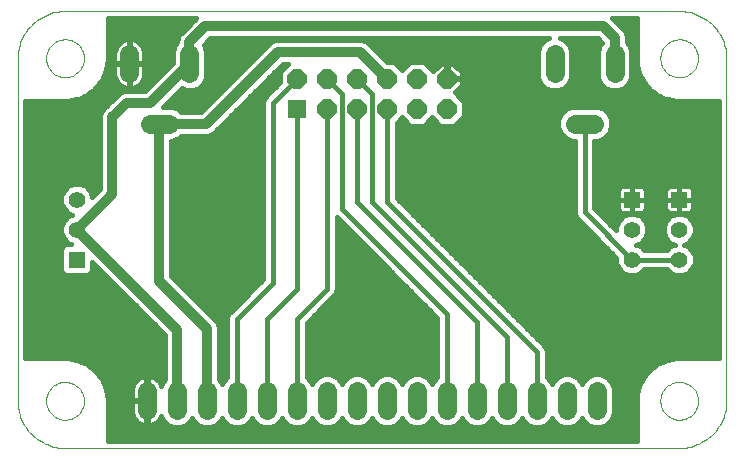
<source format=gtl>
G75*
G70*
%OFA0B0*%
%FSLAX24Y24*%
%IPPOS*%
%LPD*%
%AMOC8*
5,1,8,0,0,1.08239X$1,22.5*
%
%ADD10C,0.0640*%
%ADD11R,0.0640X0.0640*%
%ADD12OC8,0.0640*%
%ADD13R,0.0555X0.0555*%
%ADD14C,0.0555*%
%ADD15C,0.0000*%
%ADD16C,0.0160*%
%ADD17C,0.0500*%
%ADD18C,0.0320*%
D10*
X008705Y004671D02*
X008705Y005311D01*
X009705Y005311D02*
X009705Y004671D01*
X010705Y004671D02*
X010705Y005311D01*
X011705Y005311D02*
X011705Y004671D01*
X012705Y004671D02*
X012705Y005311D01*
X013705Y005311D02*
X013705Y004671D01*
X014705Y004671D02*
X014705Y005311D01*
X015705Y005311D02*
X015705Y004671D01*
X016705Y004671D02*
X016705Y005311D01*
X017705Y005311D02*
X017705Y004671D01*
X018705Y004671D02*
X018705Y005311D01*
X019705Y005311D02*
X019705Y004671D01*
X020705Y004671D02*
X020705Y005311D01*
X021705Y005311D02*
X021705Y004671D01*
X022705Y004671D02*
X022705Y005311D01*
X023705Y005311D02*
X023705Y004671D01*
X023612Y014228D02*
X022972Y014228D01*
X022292Y015908D02*
X022292Y016548D01*
X024292Y016548D02*
X024292Y015908D01*
X010119Y015908D02*
X010119Y016548D01*
X008119Y016548D02*
X008119Y015908D01*
X008799Y014228D02*
X009439Y014228D01*
D11*
X013705Y014728D03*
D12*
X014705Y014728D03*
X015705Y014728D03*
X016705Y014728D03*
X017705Y014728D03*
X018705Y014728D03*
X018705Y015728D03*
X017705Y015728D03*
X016705Y015728D03*
X015705Y015728D03*
X014705Y015728D03*
X013705Y015728D03*
D13*
X006363Y009700D03*
X024867Y011700D03*
X026442Y011700D03*
D14*
X026442Y010700D03*
X026442Y009700D03*
X024867Y009700D03*
X024867Y010700D03*
X006363Y010700D03*
X006363Y011700D03*
D15*
X005969Y003417D02*
X026442Y003417D01*
X026442Y003416D02*
X026519Y003418D01*
X026596Y003424D01*
X026673Y003433D01*
X026749Y003446D01*
X026825Y003463D01*
X026899Y003484D01*
X026973Y003508D01*
X027045Y003536D01*
X027115Y003567D01*
X027184Y003602D01*
X027252Y003640D01*
X027317Y003681D01*
X027380Y003726D01*
X027441Y003774D01*
X027500Y003824D01*
X027556Y003877D01*
X027609Y003933D01*
X027659Y003992D01*
X027707Y004053D01*
X027752Y004116D01*
X027793Y004181D01*
X027831Y004249D01*
X027866Y004318D01*
X027897Y004388D01*
X027925Y004460D01*
X027949Y004534D01*
X027970Y004608D01*
X027987Y004684D01*
X028000Y004760D01*
X028009Y004837D01*
X028015Y004914D01*
X028017Y004991D01*
X028016Y004991D02*
X028016Y016409D01*
X028017Y016409D02*
X028015Y016486D01*
X028009Y016563D01*
X028000Y016640D01*
X027987Y016716D01*
X027970Y016792D01*
X027949Y016866D01*
X027925Y016940D01*
X027897Y017012D01*
X027866Y017082D01*
X027831Y017151D01*
X027793Y017219D01*
X027752Y017284D01*
X027707Y017347D01*
X027659Y017408D01*
X027609Y017467D01*
X027556Y017523D01*
X027500Y017576D01*
X027441Y017626D01*
X027380Y017674D01*
X027317Y017719D01*
X027252Y017760D01*
X027184Y017798D01*
X027115Y017833D01*
X027045Y017864D01*
X026973Y017892D01*
X026899Y017916D01*
X026825Y017937D01*
X026749Y017954D01*
X026673Y017967D01*
X026596Y017976D01*
X026519Y017982D01*
X026442Y017984D01*
X005969Y017984D01*
X005892Y017982D01*
X005815Y017976D01*
X005738Y017967D01*
X005662Y017954D01*
X005586Y017937D01*
X005512Y017916D01*
X005438Y017892D01*
X005366Y017864D01*
X005296Y017833D01*
X005227Y017798D01*
X005159Y017760D01*
X005094Y017719D01*
X005031Y017674D01*
X004970Y017626D01*
X004911Y017576D01*
X004855Y017523D01*
X004802Y017467D01*
X004752Y017408D01*
X004704Y017347D01*
X004659Y017284D01*
X004618Y017219D01*
X004580Y017151D01*
X004545Y017082D01*
X004514Y017012D01*
X004486Y016940D01*
X004462Y016866D01*
X004441Y016792D01*
X004424Y016716D01*
X004411Y016640D01*
X004402Y016563D01*
X004396Y016486D01*
X004394Y016409D01*
X004394Y004991D01*
X004396Y004914D01*
X004402Y004837D01*
X004411Y004760D01*
X004424Y004684D01*
X004441Y004608D01*
X004462Y004534D01*
X004486Y004460D01*
X004514Y004388D01*
X004545Y004318D01*
X004580Y004249D01*
X004618Y004181D01*
X004659Y004116D01*
X004704Y004053D01*
X004752Y003992D01*
X004802Y003933D01*
X004855Y003877D01*
X004911Y003824D01*
X004970Y003774D01*
X005031Y003726D01*
X005094Y003681D01*
X005159Y003640D01*
X005227Y003602D01*
X005296Y003567D01*
X005366Y003536D01*
X005438Y003508D01*
X005512Y003484D01*
X005586Y003463D01*
X005662Y003446D01*
X005738Y003433D01*
X005815Y003424D01*
X005892Y003418D01*
X005969Y003416D01*
X005892Y003418D01*
X005815Y003424D01*
X005738Y003433D01*
X005662Y003446D01*
X005586Y003463D01*
X005512Y003484D01*
X005438Y003508D01*
X005366Y003536D01*
X005296Y003567D01*
X005227Y003602D01*
X005159Y003640D01*
X005094Y003681D01*
X005031Y003726D01*
X004970Y003774D01*
X004911Y003824D01*
X004855Y003877D01*
X004802Y003933D01*
X004752Y003992D01*
X004704Y004053D01*
X004659Y004116D01*
X004618Y004181D01*
X004580Y004249D01*
X004545Y004318D01*
X004514Y004388D01*
X004486Y004460D01*
X004462Y004534D01*
X004441Y004608D01*
X004424Y004684D01*
X004411Y004760D01*
X004402Y004837D01*
X004396Y004914D01*
X004394Y004991D01*
X005339Y004991D02*
X005341Y005041D01*
X005347Y005091D01*
X005357Y005140D01*
X005371Y005188D01*
X005388Y005235D01*
X005409Y005280D01*
X005434Y005324D01*
X005462Y005365D01*
X005494Y005404D01*
X005528Y005441D01*
X005565Y005475D01*
X005605Y005505D01*
X005647Y005532D01*
X005691Y005556D01*
X005737Y005577D01*
X005784Y005593D01*
X005832Y005606D01*
X005882Y005615D01*
X005931Y005620D01*
X005982Y005621D01*
X006032Y005618D01*
X006081Y005611D01*
X006130Y005600D01*
X006178Y005585D01*
X006224Y005567D01*
X006269Y005545D01*
X006312Y005519D01*
X006353Y005490D01*
X006392Y005458D01*
X006428Y005423D01*
X006460Y005385D01*
X006490Y005345D01*
X006517Y005302D01*
X006540Y005258D01*
X006559Y005212D01*
X006575Y005164D01*
X006587Y005115D01*
X006595Y005066D01*
X006599Y005016D01*
X006599Y004966D01*
X006595Y004916D01*
X006587Y004867D01*
X006575Y004818D01*
X006559Y004770D01*
X006540Y004724D01*
X006517Y004680D01*
X006490Y004637D01*
X006460Y004597D01*
X006428Y004559D01*
X006392Y004524D01*
X006353Y004492D01*
X006312Y004463D01*
X006269Y004437D01*
X006224Y004415D01*
X006178Y004397D01*
X006130Y004382D01*
X006081Y004371D01*
X006032Y004364D01*
X005982Y004361D01*
X005931Y004362D01*
X005882Y004367D01*
X005832Y004376D01*
X005784Y004389D01*
X005737Y004405D01*
X005691Y004426D01*
X005647Y004450D01*
X005605Y004477D01*
X005565Y004507D01*
X005528Y004541D01*
X005494Y004578D01*
X005462Y004617D01*
X005434Y004658D01*
X005409Y004702D01*
X005388Y004747D01*
X005371Y004794D01*
X005357Y004842D01*
X005347Y004891D01*
X005341Y004941D01*
X005339Y004991D01*
X004394Y016409D02*
X004396Y016486D01*
X004402Y016563D01*
X004411Y016640D01*
X004424Y016716D01*
X004441Y016792D01*
X004462Y016866D01*
X004486Y016940D01*
X004514Y017012D01*
X004545Y017082D01*
X004580Y017151D01*
X004618Y017219D01*
X004659Y017284D01*
X004704Y017347D01*
X004752Y017408D01*
X004802Y017467D01*
X004855Y017523D01*
X004911Y017576D01*
X004970Y017626D01*
X005031Y017674D01*
X005094Y017719D01*
X005159Y017760D01*
X005227Y017798D01*
X005296Y017833D01*
X005366Y017864D01*
X005438Y017892D01*
X005512Y017916D01*
X005586Y017937D01*
X005662Y017954D01*
X005738Y017967D01*
X005815Y017976D01*
X005892Y017982D01*
X005969Y017984D01*
X005339Y016409D02*
X005341Y016459D01*
X005347Y016509D01*
X005357Y016558D01*
X005371Y016606D01*
X005388Y016653D01*
X005409Y016698D01*
X005434Y016742D01*
X005462Y016783D01*
X005494Y016822D01*
X005528Y016859D01*
X005565Y016893D01*
X005605Y016923D01*
X005647Y016950D01*
X005691Y016974D01*
X005737Y016995D01*
X005784Y017011D01*
X005832Y017024D01*
X005882Y017033D01*
X005931Y017038D01*
X005982Y017039D01*
X006032Y017036D01*
X006081Y017029D01*
X006130Y017018D01*
X006178Y017003D01*
X006224Y016985D01*
X006269Y016963D01*
X006312Y016937D01*
X006353Y016908D01*
X006392Y016876D01*
X006428Y016841D01*
X006460Y016803D01*
X006490Y016763D01*
X006517Y016720D01*
X006540Y016676D01*
X006559Y016630D01*
X006575Y016582D01*
X006587Y016533D01*
X006595Y016484D01*
X006599Y016434D01*
X006599Y016384D01*
X006595Y016334D01*
X006587Y016285D01*
X006575Y016236D01*
X006559Y016188D01*
X006540Y016142D01*
X006517Y016098D01*
X006490Y016055D01*
X006460Y016015D01*
X006428Y015977D01*
X006392Y015942D01*
X006353Y015910D01*
X006312Y015881D01*
X006269Y015855D01*
X006224Y015833D01*
X006178Y015815D01*
X006130Y015800D01*
X006081Y015789D01*
X006032Y015782D01*
X005982Y015779D01*
X005931Y015780D01*
X005882Y015785D01*
X005832Y015794D01*
X005784Y015807D01*
X005737Y015823D01*
X005691Y015844D01*
X005647Y015868D01*
X005605Y015895D01*
X005565Y015925D01*
X005528Y015959D01*
X005494Y015996D01*
X005462Y016035D01*
X005434Y016076D01*
X005409Y016120D01*
X005388Y016165D01*
X005371Y016212D01*
X005357Y016260D01*
X005347Y016309D01*
X005341Y016359D01*
X005339Y016409D01*
X026442Y017984D02*
X026519Y017982D01*
X026596Y017976D01*
X026673Y017967D01*
X026749Y017954D01*
X026825Y017937D01*
X026899Y017916D01*
X026973Y017892D01*
X027045Y017864D01*
X027115Y017833D01*
X027184Y017798D01*
X027252Y017760D01*
X027317Y017719D01*
X027380Y017674D01*
X027441Y017626D01*
X027500Y017576D01*
X027556Y017523D01*
X027609Y017467D01*
X027659Y017408D01*
X027707Y017347D01*
X027752Y017284D01*
X027793Y017219D01*
X027831Y017151D01*
X027866Y017082D01*
X027897Y017012D01*
X027925Y016940D01*
X027949Y016866D01*
X027970Y016792D01*
X027987Y016716D01*
X028000Y016640D01*
X028009Y016563D01*
X028015Y016486D01*
X028017Y016409D01*
X025812Y016409D02*
X025814Y016459D01*
X025820Y016509D01*
X025830Y016558D01*
X025844Y016606D01*
X025861Y016653D01*
X025882Y016698D01*
X025907Y016742D01*
X025935Y016783D01*
X025967Y016822D01*
X026001Y016859D01*
X026038Y016893D01*
X026078Y016923D01*
X026120Y016950D01*
X026164Y016974D01*
X026210Y016995D01*
X026257Y017011D01*
X026305Y017024D01*
X026355Y017033D01*
X026404Y017038D01*
X026455Y017039D01*
X026505Y017036D01*
X026554Y017029D01*
X026603Y017018D01*
X026651Y017003D01*
X026697Y016985D01*
X026742Y016963D01*
X026785Y016937D01*
X026826Y016908D01*
X026865Y016876D01*
X026901Y016841D01*
X026933Y016803D01*
X026963Y016763D01*
X026990Y016720D01*
X027013Y016676D01*
X027032Y016630D01*
X027048Y016582D01*
X027060Y016533D01*
X027068Y016484D01*
X027072Y016434D01*
X027072Y016384D01*
X027068Y016334D01*
X027060Y016285D01*
X027048Y016236D01*
X027032Y016188D01*
X027013Y016142D01*
X026990Y016098D01*
X026963Y016055D01*
X026933Y016015D01*
X026901Y015977D01*
X026865Y015942D01*
X026826Y015910D01*
X026785Y015881D01*
X026742Y015855D01*
X026697Y015833D01*
X026651Y015815D01*
X026603Y015800D01*
X026554Y015789D01*
X026505Y015782D01*
X026455Y015779D01*
X026404Y015780D01*
X026355Y015785D01*
X026305Y015794D01*
X026257Y015807D01*
X026210Y015823D01*
X026164Y015844D01*
X026120Y015868D01*
X026078Y015895D01*
X026038Y015925D01*
X026001Y015959D01*
X025967Y015996D01*
X025935Y016035D01*
X025907Y016076D01*
X025882Y016120D01*
X025861Y016165D01*
X025844Y016212D01*
X025830Y016260D01*
X025820Y016309D01*
X025814Y016359D01*
X025812Y016409D01*
X028017Y004991D02*
X028015Y004914D01*
X028009Y004837D01*
X028000Y004760D01*
X027987Y004684D01*
X027970Y004608D01*
X027949Y004534D01*
X027925Y004460D01*
X027897Y004388D01*
X027866Y004318D01*
X027831Y004249D01*
X027793Y004181D01*
X027752Y004116D01*
X027707Y004053D01*
X027659Y003992D01*
X027609Y003933D01*
X027556Y003877D01*
X027500Y003824D01*
X027441Y003774D01*
X027380Y003726D01*
X027317Y003681D01*
X027252Y003640D01*
X027184Y003602D01*
X027115Y003567D01*
X027045Y003536D01*
X026973Y003508D01*
X026899Y003484D01*
X026825Y003463D01*
X026749Y003446D01*
X026673Y003433D01*
X026596Y003424D01*
X026519Y003418D01*
X026442Y003416D01*
X025812Y004991D02*
X025814Y005041D01*
X025820Y005091D01*
X025830Y005140D01*
X025844Y005188D01*
X025861Y005235D01*
X025882Y005280D01*
X025907Y005324D01*
X025935Y005365D01*
X025967Y005404D01*
X026001Y005441D01*
X026038Y005475D01*
X026078Y005505D01*
X026120Y005532D01*
X026164Y005556D01*
X026210Y005577D01*
X026257Y005593D01*
X026305Y005606D01*
X026355Y005615D01*
X026404Y005620D01*
X026455Y005621D01*
X026505Y005618D01*
X026554Y005611D01*
X026603Y005600D01*
X026651Y005585D01*
X026697Y005567D01*
X026742Y005545D01*
X026785Y005519D01*
X026826Y005490D01*
X026865Y005458D01*
X026901Y005423D01*
X026933Y005385D01*
X026963Y005345D01*
X026990Y005302D01*
X027013Y005258D01*
X027032Y005212D01*
X027048Y005164D01*
X027060Y005115D01*
X027068Y005066D01*
X027072Y005016D01*
X027072Y004966D01*
X027068Y004916D01*
X027060Y004867D01*
X027048Y004818D01*
X027032Y004770D01*
X027013Y004724D01*
X026990Y004680D01*
X026963Y004637D01*
X026933Y004597D01*
X026901Y004559D01*
X026865Y004524D01*
X026826Y004492D01*
X026785Y004463D01*
X026742Y004437D01*
X026697Y004415D01*
X026651Y004397D01*
X026603Y004382D01*
X026554Y004371D01*
X026505Y004364D01*
X026455Y004361D01*
X026404Y004362D01*
X026355Y004367D01*
X026305Y004376D01*
X026257Y004389D01*
X026210Y004405D01*
X026164Y004426D01*
X026120Y004450D01*
X026078Y004477D01*
X026038Y004507D01*
X026001Y004541D01*
X025967Y004578D01*
X025935Y004617D01*
X025907Y004658D01*
X025882Y004702D01*
X025861Y004747D01*
X025844Y004794D01*
X025830Y004842D01*
X025820Y004891D01*
X025814Y004941D01*
X025812Y004991D01*
D16*
X025024Y005047D02*
X025020Y005039D01*
X025020Y005000D01*
X025018Y004961D01*
X025020Y004953D01*
X025020Y003657D01*
X007390Y003657D01*
X007390Y004953D01*
X007393Y004961D01*
X007390Y005000D01*
X007390Y005039D01*
X007387Y005047D01*
X007380Y005147D01*
X007383Y005164D01*
X007376Y005194D01*
X007374Y005224D01*
X007366Y005240D01*
X007343Y005346D01*
X007344Y005363D01*
X007333Y005392D01*
X007327Y005422D01*
X007317Y005436D01*
X007279Y005538D01*
X007277Y005555D01*
X007262Y005582D01*
X007252Y005611D01*
X007240Y005624D01*
X007188Y005719D01*
X007183Y005736D01*
X007165Y005760D01*
X007151Y005787D01*
X007137Y005798D01*
X007072Y005885D01*
X007065Y005901D01*
X007044Y005923D01*
X007025Y005947D01*
X007010Y005956D01*
X006934Y006032D01*
X006925Y006048D01*
X006900Y006066D01*
X006879Y006088D01*
X006862Y006094D01*
X006776Y006159D01*
X006765Y006173D01*
X006738Y006187D01*
X006713Y006206D01*
X006696Y006210D01*
X006601Y006262D01*
X006588Y006274D01*
X006560Y006285D01*
X006533Y006299D01*
X006515Y006301D01*
X006414Y006339D01*
X006400Y006349D01*
X006370Y006356D01*
X006341Y006366D01*
X006323Y006366D01*
X006218Y006389D01*
X006202Y006397D01*
X006171Y006399D01*
X006142Y006405D01*
X006124Y006402D01*
X006025Y006409D01*
X006017Y006413D01*
X005978Y006413D01*
X005939Y006415D01*
X005930Y006413D01*
X004634Y006413D01*
X004634Y014988D01*
X005930Y014988D01*
X005939Y014985D01*
X005978Y014988D01*
X006017Y014988D01*
X006025Y014991D01*
X006124Y014998D01*
X006142Y014995D01*
X006171Y015002D01*
X006202Y015004D01*
X006218Y015012D01*
X006323Y015035D01*
X006341Y015034D01*
X006370Y015045D01*
X006400Y015051D01*
X006414Y015061D01*
X006515Y015099D01*
X006533Y015101D01*
X006560Y015116D01*
X006588Y015126D01*
X006601Y015138D01*
X006696Y015190D01*
X006713Y015194D01*
X006738Y015213D01*
X006765Y015227D01*
X006776Y015241D01*
X006862Y015306D01*
X006879Y015313D01*
X006900Y015334D01*
X006925Y015353D01*
X006934Y015368D01*
X007010Y015444D01*
X007025Y015453D01*
X007044Y015478D01*
X007065Y015499D01*
X007072Y015516D01*
X007137Y015602D01*
X007151Y015613D01*
X007165Y015640D01*
X007183Y015665D01*
X007188Y015682D01*
X007240Y015777D01*
X007252Y015790D01*
X007262Y015818D01*
X007277Y015845D01*
X007279Y015863D01*
X007317Y015964D01*
X007327Y015978D01*
X007333Y016008D01*
X007344Y016037D01*
X007343Y016054D01*
X007366Y016160D01*
X007374Y016176D01*
X007376Y016207D01*
X007383Y016236D01*
X007380Y016254D01*
X007387Y016353D01*
X007390Y016361D01*
X007390Y016400D01*
X007393Y016439D01*
X007390Y016448D01*
X007390Y017744D01*
X010346Y017744D01*
X009888Y017286D01*
X009888Y017286D01*
X009775Y017173D01*
X009714Y017026D01*
X009714Y016935D01*
X009644Y016865D01*
X009559Y016659D01*
X009559Y016242D01*
X008633Y015317D01*
X008100Y015317D01*
X007941Y015317D01*
X007794Y015256D01*
X007317Y014779D01*
X007205Y014667D01*
X007144Y014520D01*
X007144Y012047D01*
X006880Y011783D01*
X006880Y011803D01*
X006801Y011993D01*
X006656Y012139D01*
X006466Y012218D01*
X006260Y012218D01*
X006070Y012139D01*
X005924Y011993D01*
X005845Y011803D01*
X005845Y011597D01*
X005924Y011407D01*
X006070Y011261D01*
X006218Y011200D01*
X006070Y011139D01*
X005924Y010993D01*
X005845Y010803D01*
X005845Y010597D01*
X005924Y010407D01*
X006070Y010261D01*
X006176Y010218D01*
X006038Y010218D01*
X005949Y010181D01*
X005882Y010114D01*
X005845Y010025D01*
X005845Y009375D01*
X005882Y009287D01*
X005949Y009219D01*
X006038Y009183D01*
X006688Y009183D01*
X006776Y009219D01*
X006844Y009287D01*
X006880Y009375D01*
X006880Y009613D01*
X009305Y007188D01*
X009305Y005703D01*
X009231Y005629D01*
X009173Y005490D01*
X009169Y005503D01*
X009133Y005574D01*
X009087Y005637D01*
X009031Y005693D01*
X008967Y005739D01*
X008897Y005775D01*
X008822Y005799D01*
X008745Y005811D01*
X008725Y005811D01*
X008725Y005012D01*
X008685Y005012D01*
X008685Y005811D01*
X008666Y005811D01*
X008588Y005799D01*
X008513Y005775D01*
X008443Y005739D01*
X008380Y005693D01*
X008324Y005637D01*
X008278Y005574D01*
X008242Y005503D01*
X008218Y005429D01*
X008205Y005351D01*
X008205Y005011D01*
X008685Y005011D01*
X008685Y004971D01*
X008725Y004971D01*
X008725Y004171D01*
X008745Y004171D01*
X008822Y004184D01*
X008897Y004208D01*
X008967Y004244D01*
X009031Y004290D01*
X009087Y004346D01*
X009133Y004409D01*
X009169Y004480D01*
X009173Y004493D01*
X009231Y004354D01*
X009388Y004197D01*
X009594Y004111D01*
X009817Y004111D01*
X010023Y004197D01*
X010180Y004354D01*
X010205Y004415D01*
X010231Y004354D01*
X010388Y004197D01*
X010594Y004111D01*
X010817Y004111D01*
X011023Y004197D01*
X011180Y004354D01*
X011205Y004415D01*
X011231Y004354D01*
X011388Y004197D01*
X011594Y004111D01*
X011817Y004111D01*
X012023Y004197D01*
X012180Y004354D01*
X012205Y004415D01*
X012231Y004354D01*
X012388Y004197D01*
X012594Y004111D01*
X012817Y004111D01*
X013023Y004197D01*
X013180Y004354D01*
X013205Y004415D01*
X013231Y004354D01*
X013388Y004197D01*
X013594Y004111D01*
X013817Y004111D01*
X014023Y004197D01*
X014180Y004354D01*
X014205Y004415D01*
X014231Y004354D01*
X014388Y004197D01*
X014594Y004111D01*
X014817Y004111D01*
X015023Y004197D01*
X015180Y004354D01*
X015205Y004415D01*
X015231Y004354D01*
X015388Y004197D01*
X015594Y004111D01*
X015817Y004111D01*
X016023Y004197D01*
X016180Y004354D01*
X016205Y004415D01*
X016231Y004354D01*
X016388Y004197D01*
X016594Y004111D01*
X016817Y004111D01*
X017023Y004197D01*
X017180Y004354D01*
X017205Y004415D01*
X017231Y004354D01*
X017388Y004197D01*
X017594Y004111D01*
X017817Y004111D01*
X018023Y004197D01*
X018180Y004354D01*
X018205Y004415D01*
X018231Y004354D01*
X018388Y004197D01*
X018594Y004111D01*
X018817Y004111D01*
X019023Y004197D01*
X019180Y004354D01*
X019205Y004415D01*
X019231Y004354D01*
X019388Y004197D01*
X019594Y004111D01*
X019817Y004111D01*
X020023Y004197D01*
X020180Y004354D01*
X020205Y004415D01*
X020231Y004354D01*
X020388Y004197D01*
X020594Y004111D01*
X020817Y004111D01*
X021023Y004197D01*
X021180Y004354D01*
X021205Y004415D01*
X021231Y004354D01*
X021388Y004197D01*
X021594Y004111D01*
X021817Y004111D01*
X022023Y004197D01*
X022180Y004354D01*
X022205Y004415D01*
X022231Y004354D01*
X022388Y004197D01*
X022594Y004111D01*
X022817Y004111D01*
X023023Y004197D01*
X023180Y004354D01*
X023205Y004415D01*
X023231Y004354D01*
X023388Y004197D01*
X023594Y004111D01*
X023817Y004111D01*
X024023Y004197D01*
X024180Y004354D01*
X024265Y004560D01*
X024265Y005423D01*
X024180Y005629D01*
X024023Y005786D01*
X023817Y005871D01*
X023594Y005871D01*
X023388Y005786D01*
X023231Y005629D01*
X023205Y005568D01*
X023180Y005629D01*
X023023Y005786D01*
X022817Y005871D01*
X022594Y005871D01*
X022388Y005786D01*
X022231Y005629D01*
X022205Y005568D01*
X022180Y005629D01*
X022025Y005783D01*
X022025Y006669D01*
X021977Y006787D01*
X021887Y006877D01*
X017025Y011738D01*
X017025Y014256D01*
X017205Y014436D01*
X017473Y014168D01*
X017937Y014168D01*
X018205Y014436D01*
X018473Y014168D01*
X018937Y014168D01*
X019265Y014496D01*
X019265Y014960D01*
X018955Y015270D01*
X019205Y015521D01*
X019205Y015708D01*
X018726Y015708D01*
X018726Y015748D01*
X019205Y015748D01*
X019205Y015935D01*
X018912Y016228D01*
X018725Y016228D01*
X018725Y015748D01*
X018685Y015748D01*
X018685Y016228D01*
X018498Y016228D01*
X018248Y015977D01*
X017937Y016288D01*
X017473Y016288D01*
X017205Y016020D01*
X016937Y016288D01*
X016711Y016288D01*
X016033Y016966D01*
X015886Y017027D01*
X015727Y017027D01*
X012985Y017027D01*
X012838Y016966D01*
X012725Y016853D01*
X010500Y014628D01*
X009831Y014628D01*
X009756Y014702D01*
X009550Y014788D01*
X009236Y014788D01*
X009858Y015410D01*
X010007Y015348D01*
X010230Y015348D01*
X010436Y015433D01*
X010593Y015590D01*
X010679Y015796D01*
X010679Y016659D01*
X010595Y016862D01*
X010810Y017077D01*
X022106Y017077D01*
X021975Y017022D01*
X021817Y016865D01*
X021732Y016659D01*
X021732Y015796D01*
X021817Y015590D01*
X021975Y015433D01*
X022181Y015348D01*
X022403Y015348D01*
X022609Y015433D01*
X022767Y015590D01*
X022852Y015796D01*
X022852Y016659D01*
X022767Y016865D01*
X022609Y017022D01*
X022478Y017077D01*
X023739Y017077D01*
X023884Y016931D01*
X023817Y016865D01*
X023732Y016659D01*
X023732Y015796D01*
X023817Y015590D01*
X023975Y015433D01*
X024181Y015348D01*
X024403Y015348D01*
X024609Y015433D01*
X024767Y015590D01*
X024852Y015796D01*
X024852Y016659D01*
X024767Y016865D01*
X024692Y016940D01*
X024692Y017009D01*
X024692Y017169D01*
X024631Y017316D01*
X024203Y017744D01*
X025020Y017744D01*
X025020Y016448D01*
X025018Y016439D01*
X025020Y016400D01*
X025020Y016361D01*
X025024Y016353D01*
X025031Y016254D01*
X025028Y016236D01*
X025034Y016206D01*
X025036Y016176D01*
X025044Y016160D01*
X025067Y016054D01*
X025067Y016037D01*
X025077Y016008D01*
X025084Y015978D01*
X025094Y015964D01*
X025132Y015863D01*
X025134Y015845D01*
X025148Y015818D01*
X025159Y015790D01*
X025171Y015777D01*
X025223Y015682D01*
X025227Y015665D01*
X025246Y015640D01*
X025260Y015613D01*
X025274Y015602D01*
X025339Y015516D01*
X025346Y015499D01*
X025367Y015478D01*
X025385Y015453D01*
X025401Y015444D01*
X025477Y015368D01*
X025486Y015353D01*
X025510Y015334D01*
X025532Y015313D01*
X025548Y015306D01*
X025635Y015241D01*
X025646Y015227D01*
X025673Y015213D01*
X025697Y015194D01*
X025714Y015190D01*
X025809Y015138D01*
X025822Y015126D01*
X025851Y015116D01*
X025878Y015101D01*
X025895Y015099D01*
X025997Y015061D01*
X026011Y015051D01*
X026041Y015045D01*
X026070Y015034D01*
X026087Y015035D01*
X026193Y015012D01*
X026209Y015004D01*
X026239Y015002D01*
X026269Y014995D01*
X026286Y014998D01*
X026386Y014991D01*
X026394Y014988D01*
X026433Y014988D01*
X026472Y014985D01*
X026480Y014988D01*
X027776Y014988D01*
X027776Y006413D01*
X026480Y006413D01*
X026472Y006415D01*
X026433Y006413D01*
X026394Y006413D01*
X026386Y006409D01*
X026286Y006402D01*
X026269Y006405D01*
X026239Y006399D01*
X026209Y006397D01*
X026193Y006389D01*
X026087Y006366D01*
X026070Y006366D01*
X026041Y006356D01*
X026011Y006349D01*
X025997Y006339D01*
X025895Y006301D01*
X025878Y006299D01*
X025851Y006285D01*
X025822Y006274D01*
X025809Y006262D01*
X025714Y006210D01*
X025697Y006206D01*
X025673Y006187D01*
X025646Y006173D01*
X025635Y006159D01*
X025548Y006094D01*
X025532Y006088D01*
X025511Y006066D01*
X025486Y006048D01*
X025477Y006032D01*
X025401Y005956D01*
X025385Y005947D01*
X025367Y005923D01*
X025346Y005901D01*
X025339Y005885D01*
X025274Y005798D01*
X025260Y005787D01*
X025246Y005760D01*
X025227Y005736D01*
X025223Y005719D01*
X025171Y005624D01*
X025159Y005611D01*
X025148Y005582D01*
X025134Y005555D01*
X025132Y005538D01*
X025094Y005436D01*
X025084Y005422D01*
X025077Y005392D01*
X025067Y005363D01*
X025067Y005346D01*
X025044Y005240D01*
X025036Y005224D01*
X025034Y005194D01*
X025028Y005164D01*
X025031Y005147D01*
X025024Y005047D01*
X025020Y005002D02*
X024265Y005002D01*
X024265Y004844D02*
X025020Y004844D01*
X025020Y004685D02*
X024265Y004685D01*
X024251Y004526D02*
X025020Y004526D01*
X025020Y004368D02*
X024186Y004368D01*
X024035Y004209D02*
X025020Y004209D01*
X025020Y004051D02*
X007390Y004051D01*
X007390Y004209D02*
X008511Y004209D01*
X008513Y004208D02*
X008588Y004184D01*
X008666Y004171D01*
X008685Y004171D01*
X008685Y004971D01*
X008205Y004971D01*
X008205Y004632D01*
X008218Y004554D01*
X008242Y004480D01*
X008278Y004409D01*
X008324Y004346D01*
X008380Y004290D01*
X008443Y004244D01*
X008513Y004208D01*
X008685Y004209D02*
X008725Y004209D01*
X008725Y004368D02*
X008685Y004368D01*
X008685Y004526D02*
X008725Y004526D01*
X008725Y004685D02*
X008685Y004685D01*
X008685Y004844D02*
X008725Y004844D01*
X008685Y005002D02*
X007390Y005002D01*
X007390Y004844D02*
X008205Y004844D01*
X008205Y004685D02*
X007390Y004685D01*
X007390Y004526D02*
X008227Y004526D01*
X008308Y004368D02*
X007390Y004368D01*
X007390Y003892D02*
X025020Y003892D01*
X025020Y003734D02*
X007390Y003734D01*
X008900Y004209D02*
X009375Y004209D01*
X009225Y004368D02*
X009103Y004368D01*
X010035Y004209D02*
X010375Y004209D01*
X010225Y004368D02*
X010186Y004368D01*
X011035Y004209D02*
X011375Y004209D01*
X011225Y004368D02*
X011186Y004368D01*
X011705Y004991D02*
X011705Y007728D01*
X012894Y008917D01*
X012894Y014917D01*
X013705Y015728D01*
X013286Y016100D02*
X013103Y016100D01*
X013145Y015960D02*
X013412Y016227D01*
X013230Y016227D01*
X010892Y013889D01*
X010745Y013828D01*
X010586Y013828D01*
X009831Y013828D01*
X009756Y013753D01*
X009550Y013668D01*
X009519Y013668D01*
X009519Y009138D01*
X010932Y007725D01*
X011044Y007612D01*
X011105Y007465D01*
X011105Y005703D01*
X011180Y005629D01*
X011205Y005568D01*
X011231Y005629D01*
X011385Y005783D01*
X011385Y007791D01*
X011434Y007909D01*
X011524Y007999D01*
X011524Y007999D01*
X012574Y009049D01*
X012574Y014980D01*
X012623Y015098D01*
X012713Y015188D01*
X012713Y015188D01*
X013145Y015620D01*
X013145Y015960D01*
X013145Y015942D02*
X012945Y015942D01*
X012786Y015783D02*
X013145Y015783D01*
X013145Y015625D02*
X012628Y015625D01*
X012469Y015466D02*
X012991Y015466D01*
X012833Y015307D02*
X012311Y015307D01*
X012152Y015149D02*
X012674Y015149D01*
X012579Y014990D02*
X011994Y014990D01*
X011835Y014832D02*
X012574Y014832D01*
X012574Y014673D02*
X011677Y014673D01*
X011518Y014515D02*
X012574Y014515D01*
X012574Y014356D02*
X011359Y014356D01*
X011201Y014198D02*
X012574Y014198D01*
X012574Y014039D02*
X011042Y014039D01*
X010872Y013881D02*
X012574Y013881D01*
X012574Y013722D02*
X009681Y013722D01*
X009519Y013563D02*
X012574Y013563D01*
X012574Y013405D02*
X009519Y013405D01*
X009519Y013246D02*
X012574Y013246D01*
X012574Y013088D02*
X009519Y013088D01*
X009519Y012929D02*
X012574Y012929D01*
X012574Y012771D02*
X009519Y012771D01*
X009519Y012612D02*
X012574Y012612D01*
X012574Y012454D02*
X009519Y012454D01*
X009519Y012295D02*
X012574Y012295D01*
X012574Y012137D02*
X009519Y012137D01*
X009519Y011978D02*
X012574Y011978D01*
X012574Y011819D02*
X009519Y011819D01*
X009519Y011661D02*
X012574Y011661D01*
X012574Y011502D02*
X009519Y011502D01*
X009519Y011344D02*
X012574Y011344D01*
X012574Y011185D02*
X009519Y011185D01*
X009519Y011027D02*
X012574Y011027D01*
X012574Y010868D02*
X009519Y010868D01*
X009519Y010710D02*
X012574Y010710D01*
X012574Y010551D02*
X009519Y010551D01*
X009519Y010393D02*
X012574Y010393D01*
X012574Y010234D02*
X009519Y010234D01*
X009519Y010076D02*
X012574Y010076D01*
X012574Y009917D02*
X009519Y009917D01*
X009519Y009758D02*
X012574Y009758D01*
X012574Y009600D02*
X009519Y009600D01*
X009519Y009441D02*
X012574Y009441D01*
X012574Y009283D02*
X009519Y009283D01*
X009532Y009124D02*
X012574Y009124D01*
X012491Y008966D02*
X009691Y008966D01*
X009849Y008807D02*
X012332Y008807D01*
X012174Y008649D02*
X010008Y008649D01*
X010167Y008490D02*
X012015Y008490D01*
X011857Y008332D02*
X010325Y008332D01*
X010484Y008173D02*
X011698Y008173D01*
X011540Y008014D02*
X010642Y008014D01*
X010801Y007856D02*
X011412Y007856D01*
X011385Y007697D02*
X010959Y007697D01*
X011075Y007539D02*
X011385Y007539D01*
X011385Y007380D02*
X011105Y007380D01*
X011105Y007222D02*
X011385Y007222D01*
X011385Y007063D02*
X011105Y007063D01*
X011105Y006905D02*
X011385Y006905D01*
X011385Y006746D02*
X011105Y006746D01*
X011105Y006588D02*
X011385Y006588D01*
X011385Y006429D02*
X011105Y006429D01*
X011105Y006270D02*
X011385Y006270D01*
X011385Y006112D02*
X011105Y006112D01*
X011105Y005953D02*
X011385Y005953D01*
X011385Y005795D02*
X011105Y005795D01*
X011172Y005636D02*
X011238Y005636D01*
X012705Y004991D02*
X012705Y007728D01*
X013705Y008728D01*
X013705Y014728D01*
X014705Y014728D02*
X014705Y008728D01*
X013705Y007728D01*
X013705Y004991D01*
X014205Y005568D02*
X014180Y005629D01*
X014025Y005783D01*
X014025Y007595D01*
X014977Y008546D01*
X015025Y008664D01*
X015025Y008791D01*
X015025Y011113D01*
X018385Y007753D01*
X018385Y005783D01*
X018231Y005629D01*
X018205Y005568D01*
X018180Y005629D01*
X018023Y005786D01*
X017817Y005871D01*
X017594Y005871D01*
X017388Y005786D01*
X017231Y005629D01*
X017205Y005568D01*
X017180Y005629D01*
X017023Y005786D01*
X016817Y005871D01*
X016594Y005871D01*
X016388Y005786D01*
X016231Y005629D01*
X016205Y005568D01*
X016180Y005629D01*
X016023Y005786D01*
X015817Y005871D01*
X015594Y005871D01*
X015388Y005786D01*
X015231Y005629D01*
X015205Y005568D01*
X015180Y005629D01*
X015023Y005786D01*
X014817Y005871D01*
X014594Y005871D01*
X014388Y005786D01*
X014231Y005629D01*
X014205Y005568D01*
X014172Y005636D02*
X014238Y005636D01*
X014409Y005795D02*
X014025Y005795D01*
X014025Y005953D02*
X018385Y005953D01*
X018385Y005795D02*
X018002Y005795D01*
X018172Y005636D02*
X018238Y005636D01*
X017409Y005795D02*
X017002Y005795D01*
X017172Y005636D02*
X017238Y005636D01*
X016409Y005795D02*
X016002Y005795D01*
X016172Y005636D02*
X016238Y005636D01*
X015409Y005795D02*
X015002Y005795D01*
X015172Y005636D02*
X015238Y005636D01*
X014025Y006112D02*
X018385Y006112D01*
X018385Y006270D02*
X014025Y006270D01*
X014025Y006429D02*
X018385Y006429D01*
X018385Y006588D02*
X014025Y006588D01*
X014025Y006746D02*
X018385Y006746D01*
X018385Y006905D02*
X014025Y006905D01*
X014025Y007063D02*
X018385Y007063D01*
X018385Y007222D02*
X014025Y007222D01*
X014025Y007380D02*
X018385Y007380D01*
X018385Y007539D02*
X014025Y007539D01*
X014128Y007697D02*
X018385Y007697D01*
X018283Y007856D02*
X014286Y007856D01*
X014445Y008014D02*
X018124Y008014D01*
X017965Y008173D02*
X014603Y008173D01*
X014762Y008332D02*
X017807Y008332D01*
X017648Y008490D02*
X014920Y008490D01*
X015019Y008649D02*
X017490Y008649D01*
X017331Y008807D02*
X015025Y008807D01*
X015025Y008966D02*
X017173Y008966D01*
X017014Y009124D02*
X015025Y009124D01*
X015025Y009283D02*
X016856Y009283D01*
X016697Y009441D02*
X015025Y009441D01*
X015025Y009600D02*
X016539Y009600D01*
X016380Y009758D02*
X015025Y009758D01*
X015025Y009917D02*
X016221Y009917D01*
X016063Y010076D02*
X015025Y010076D01*
X015025Y010234D02*
X015904Y010234D01*
X015746Y010393D02*
X015025Y010393D01*
X015025Y010551D02*
X015587Y010551D01*
X015429Y010710D02*
X015025Y010710D01*
X015025Y010868D02*
X015270Y010868D01*
X015112Y011027D02*
X015025Y011027D01*
X015204Y011387D02*
X018705Y007886D01*
X018705Y004991D01*
X018225Y004368D02*
X018186Y004368D01*
X018035Y004209D02*
X018375Y004209D01*
X019035Y004209D02*
X019375Y004209D01*
X019225Y004368D02*
X019186Y004368D01*
X019705Y004991D02*
X019705Y007606D01*
X015705Y011606D01*
X015705Y014728D01*
X016204Y015229D02*
X016204Y011607D01*
X020705Y007106D01*
X020705Y004991D01*
X020225Y004368D02*
X020186Y004368D01*
X020035Y004209D02*
X020375Y004209D01*
X021035Y004209D02*
X021375Y004209D01*
X021225Y004368D02*
X021186Y004368D01*
X021705Y004991D02*
X021705Y006606D01*
X016705Y011606D01*
X016705Y014728D01*
X017126Y014356D02*
X017285Y014356D01*
X017443Y014198D02*
X017025Y014198D01*
X017025Y014039D02*
X022444Y014039D01*
X022412Y014116D02*
X022497Y013910D01*
X022655Y013753D01*
X022861Y013668D01*
X022972Y013668D01*
X022972Y011339D01*
X022972Y011211D01*
X023021Y011094D01*
X024349Y009765D01*
X024349Y009597D01*
X024428Y009407D01*
X024574Y009261D01*
X024764Y009183D01*
X024970Y009183D01*
X025160Y009261D01*
X025279Y009380D01*
X026030Y009380D01*
X026148Y009261D01*
X026339Y009183D01*
X026544Y009183D01*
X026735Y009261D01*
X026880Y009407D01*
X026959Y009597D01*
X026959Y009803D01*
X026880Y009993D01*
X026735Y010139D01*
X026587Y010200D01*
X026735Y010261D01*
X026880Y010407D01*
X026959Y010597D01*
X026959Y010803D01*
X026880Y010993D01*
X026735Y011139D01*
X026544Y011218D01*
X026339Y011218D01*
X026148Y011139D01*
X026003Y010993D01*
X025924Y010803D01*
X025924Y010597D01*
X026003Y010407D01*
X026148Y010261D01*
X026297Y010200D01*
X026148Y010139D01*
X026030Y010020D01*
X025279Y010020D01*
X025160Y010139D01*
X025012Y010200D01*
X025160Y010261D01*
X025305Y010407D01*
X025384Y010597D01*
X025384Y010803D01*
X025305Y010993D01*
X025160Y011139D01*
X024970Y011218D01*
X024764Y011218D01*
X024574Y011139D01*
X024428Y010993D01*
X024349Y010803D01*
X024349Y010670D01*
X023612Y011408D01*
X023612Y013668D01*
X023723Y013668D01*
X023929Y013753D01*
X024087Y013910D01*
X024172Y014116D01*
X024172Y014339D01*
X024087Y014545D01*
X023929Y014702D01*
X023723Y014788D01*
X022861Y014788D01*
X022655Y014702D01*
X022497Y014545D01*
X022412Y014339D01*
X022412Y014116D01*
X022412Y014198D02*
X018967Y014198D01*
X019126Y014356D02*
X022419Y014356D01*
X022485Y014515D02*
X019265Y014515D01*
X019265Y014673D02*
X022626Y014673D01*
X023292Y014228D02*
X023292Y011275D01*
X024867Y009700D01*
X026442Y009700D01*
X026798Y010076D02*
X027776Y010076D01*
X027776Y010234D02*
X026668Y010234D01*
X026866Y010393D02*
X027776Y010393D01*
X027776Y010551D02*
X026940Y010551D01*
X026959Y010710D02*
X027776Y010710D01*
X027776Y010868D02*
X026932Y010868D01*
X026847Y011027D02*
X027776Y011027D01*
X027776Y011185D02*
X026622Y011185D01*
X026743Y011243D02*
X026789Y011255D01*
X026830Y011279D01*
X026863Y011312D01*
X026887Y011353D01*
X026899Y011399D01*
X026899Y011700D01*
X026442Y011700D01*
X026442Y011700D01*
X026899Y011700D01*
X026899Y012001D01*
X026887Y012047D01*
X026863Y012088D01*
X026830Y012122D01*
X026789Y012145D01*
X026743Y012158D01*
X026442Y012158D01*
X026442Y011701D01*
X026441Y011701D01*
X026441Y012158D01*
X026140Y012158D01*
X026095Y012145D01*
X026054Y012122D01*
X026020Y012088D01*
X025996Y012047D01*
X025984Y012001D01*
X025984Y011700D01*
X025984Y011399D01*
X025996Y011353D01*
X026020Y011312D01*
X026054Y011279D01*
X026095Y011255D01*
X026140Y011243D01*
X026441Y011243D01*
X026441Y011700D01*
X025984Y011700D01*
X026441Y011700D01*
X026441Y011700D01*
X026442Y011700D01*
X026442Y011243D01*
X026743Y011243D01*
X026881Y011344D02*
X027776Y011344D01*
X027776Y011502D02*
X026899Y011502D01*
X026899Y011661D02*
X027776Y011661D01*
X027776Y011819D02*
X026899Y011819D01*
X026899Y011978D02*
X027776Y011978D01*
X027776Y012137D02*
X026804Y012137D01*
X026442Y012137D02*
X026441Y012137D01*
X026441Y011978D02*
X026442Y011978D01*
X026441Y011819D02*
X026442Y011819D01*
X026441Y011661D02*
X026442Y011661D01*
X026441Y011502D02*
X026442Y011502D01*
X026441Y011344D02*
X026442Y011344D01*
X026261Y011185D02*
X025048Y011185D01*
X025168Y011243D02*
X025214Y011255D01*
X025255Y011279D01*
X025288Y011312D01*
X025312Y011353D01*
X025324Y011399D01*
X025324Y011700D01*
X024867Y011700D01*
X024867Y011700D01*
X024867Y011243D01*
X025168Y011243D01*
X025307Y011344D02*
X026002Y011344D01*
X025984Y011502D02*
X025324Y011502D01*
X025324Y011661D02*
X025984Y011661D01*
X025984Y011819D02*
X025324Y011819D01*
X025324Y011700D02*
X025324Y012001D01*
X025312Y012047D01*
X025288Y012088D01*
X025255Y012122D01*
X025214Y012145D01*
X025168Y012158D01*
X024867Y012158D01*
X024867Y011701D01*
X024867Y011701D01*
X024867Y012158D01*
X024566Y012158D01*
X024520Y012145D01*
X024479Y012122D01*
X024445Y012088D01*
X024422Y012047D01*
X024409Y012001D01*
X024409Y011700D01*
X024409Y011399D01*
X024422Y011353D01*
X024445Y011312D01*
X024479Y011279D01*
X024520Y011255D01*
X024566Y011243D01*
X024867Y011243D01*
X024867Y011700D01*
X024867Y011700D01*
X025324Y011700D01*
X025324Y011978D02*
X025984Y011978D01*
X026079Y012137D02*
X025229Y012137D01*
X024867Y012137D02*
X024867Y012137D01*
X024867Y011978D02*
X024867Y011978D01*
X024867Y011819D02*
X024867Y011819D01*
X024866Y011700D02*
X024409Y011700D01*
X024866Y011700D01*
X024866Y011700D01*
X024867Y011661D02*
X024867Y011661D01*
X024867Y011502D02*
X024867Y011502D01*
X024867Y011344D02*
X024867Y011344D01*
X024686Y011185D02*
X023834Y011185D01*
X023993Y011027D02*
X024462Y011027D01*
X024376Y010868D02*
X024151Y010868D01*
X024310Y010710D02*
X024349Y010710D01*
X023722Y010393D02*
X018371Y010393D01*
X018212Y010551D02*
X023563Y010551D01*
X023405Y010710D02*
X018054Y010710D01*
X017895Y010868D02*
X023246Y010868D01*
X023088Y011027D02*
X017737Y011027D01*
X017578Y011185D02*
X022983Y011185D01*
X022972Y011344D02*
X017420Y011344D01*
X017261Y011502D02*
X022972Y011502D01*
X022972Y011661D02*
X017103Y011661D01*
X017025Y011819D02*
X022972Y011819D01*
X022972Y011978D02*
X017025Y011978D01*
X017025Y012137D02*
X022972Y012137D01*
X022972Y012295D02*
X017025Y012295D01*
X017025Y012454D02*
X022972Y012454D01*
X022972Y012612D02*
X017025Y012612D01*
X017025Y012771D02*
X022972Y012771D01*
X022972Y012929D02*
X017025Y012929D01*
X017025Y013088D02*
X022972Y013088D01*
X022972Y013246D02*
X017025Y013246D01*
X017025Y013405D02*
X022972Y013405D01*
X022972Y013563D02*
X017025Y013563D01*
X017025Y013722D02*
X022729Y013722D01*
X022527Y013881D02*
X017025Y013881D01*
X017967Y014198D02*
X018443Y014198D01*
X018285Y014356D02*
X018126Y014356D01*
X019265Y014832D02*
X027776Y014832D01*
X027776Y014673D02*
X023958Y014673D01*
X024099Y014515D02*
X027776Y014515D01*
X027776Y014356D02*
X024165Y014356D01*
X024172Y014198D02*
X027776Y014198D01*
X027776Y014039D02*
X024140Y014039D01*
X024057Y013881D02*
X027776Y013881D01*
X027776Y013722D02*
X023854Y013722D01*
X023612Y013563D02*
X027776Y013563D01*
X027776Y013405D02*
X023612Y013405D01*
X023612Y013246D02*
X027776Y013246D01*
X027776Y013088D02*
X023612Y013088D01*
X023612Y012929D02*
X027776Y012929D01*
X027776Y012771D02*
X023612Y012771D01*
X023612Y012612D02*
X027776Y012612D01*
X027776Y012454D02*
X023612Y012454D01*
X023612Y012295D02*
X027776Y012295D01*
X026036Y011027D02*
X025272Y011027D01*
X025357Y010868D02*
X025951Y010868D01*
X025924Y010710D02*
X025384Y010710D01*
X025365Y010551D02*
X025943Y010551D01*
X026017Y010393D02*
X025291Y010393D01*
X025094Y010234D02*
X026215Y010234D01*
X026085Y010076D02*
X025223Y010076D01*
X024349Y009758D02*
X019005Y009758D01*
X019164Y009600D02*
X024349Y009600D01*
X024414Y009441D02*
X019322Y009441D01*
X019481Y009283D02*
X024552Y009283D01*
X025181Y009283D02*
X026127Y009283D01*
X026756Y009283D02*
X027776Y009283D01*
X027776Y009441D02*
X026894Y009441D01*
X026959Y009600D02*
X027776Y009600D01*
X027776Y009758D02*
X026959Y009758D01*
X026912Y009917D02*
X027776Y009917D01*
X027776Y009124D02*
X019639Y009124D01*
X019798Y008966D02*
X027776Y008966D01*
X027776Y008807D02*
X019956Y008807D01*
X020115Y008649D02*
X027776Y008649D01*
X027776Y008490D02*
X020273Y008490D01*
X020432Y008332D02*
X027776Y008332D01*
X027776Y008173D02*
X020591Y008173D01*
X020749Y008014D02*
X027776Y008014D01*
X027776Y007856D02*
X020908Y007856D01*
X021066Y007697D02*
X027776Y007697D01*
X027776Y007539D02*
X021225Y007539D01*
X021383Y007380D02*
X027776Y007380D01*
X027776Y007222D02*
X021542Y007222D01*
X021700Y007063D02*
X027776Y007063D01*
X027776Y006905D02*
X021859Y006905D01*
X021994Y006746D02*
X027776Y006746D01*
X027776Y006588D02*
X022025Y006588D01*
X022025Y006429D02*
X027776Y006429D01*
X025819Y006270D02*
X022025Y006270D01*
X022025Y006112D02*
X025572Y006112D01*
X025396Y005953D02*
X022025Y005953D01*
X022025Y005795D02*
X022409Y005795D01*
X022238Y005636D02*
X022172Y005636D01*
X023002Y005795D02*
X023409Y005795D01*
X023238Y005636D02*
X023172Y005636D01*
X024002Y005795D02*
X025270Y005795D01*
X025178Y005636D02*
X024172Y005636D01*
X024243Y005478D02*
X025109Y005478D01*
X025062Y005319D02*
X024265Y005319D01*
X024265Y005161D02*
X025028Y005161D01*
X023375Y004209D02*
X023035Y004209D01*
X023186Y004368D02*
X023225Y004368D01*
X022375Y004209D02*
X022035Y004209D01*
X022186Y004368D02*
X022225Y004368D01*
X017375Y004209D02*
X017035Y004209D01*
X017186Y004368D02*
X017225Y004368D01*
X016375Y004209D02*
X016035Y004209D01*
X016186Y004368D02*
X016225Y004368D01*
X015375Y004209D02*
X015035Y004209D01*
X015186Y004368D02*
X015225Y004368D01*
X014375Y004209D02*
X014035Y004209D01*
X014186Y004368D02*
X014225Y004368D01*
X013375Y004209D02*
X013035Y004209D01*
X013186Y004368D02*
X013225Y004368D01*
X012375Y004209D02*
X012035Y004209D01*
X012186Y004368D02*
X012225Y004368D01*
X009238Y005636D02*
X009087Y005636D01*
X009305Y005795D02*
X008836Y005795D01*
X008725Y005795D02*
X008685Y005795D01*
X008575Y005795D02*
X007141Y005795D01*
X007233Y005636D02*
X008323Y005636D01*
X008234Y005478D02*
X007301Y005478D01*
X007349Y005319D02*
X008205Y005319D01*
X008205Y005161D02*
X007382Y005161D01*
X007014Y005953D02*
X009305Y005953D01*
X009305Y006112D02*
X006839Y006112D01*
X006592Y006270D02*
X009305Y006270D01*
X009305Y006429D02*
X004634Y006429D01*
X004634Y006588D02*
X009305Y006588D01*
X009305Y006746D02*
X004634Y006746D01*
X004634Y006905D02*
X009305Y006905D01*
X009305Y007063D02*
X004634Y007063D01*
X004634Y007222D02*
X009272Y007222D01*
X009113Y007380D02*
X004634Y007380D01*
X004634Y007539D02*
X008955Y007539D01*
X008796Y007697D02*
X004634Y007697D01*
X004634Y007856D02*
X008637Y007856D01*
X008479Y008014D02*
X004634Y008014D01*
X004634Y008173D02*
X008320Y008173D01*
X008162Y008332D02*
X004634Y008332D01*
X004634Y008490D02*
X008003Y008490D01*
X007845Y008649D02*
X004634Y008649D01*
X004634Y008807D02*
X007686Y008807D01*
X007528Y008966D02*
X004634Y008966D01*
X004634Y009124D02*
X007369Y009124D01*
X007211Y009283D02*
X006840Y009283D01*
X006880Y009441D02*
X007052Y009441D01*
X006893Y009600D02*
X006880Y009600D01*
X006136Y010234D02*
X004634Y010234D01*
X004634Y010076D02*
X005866Y010076D01*
X005845Y009917D02*
X004634Y009917D01*
X004634Y009758D02*
X005845Y009758D01*
X005845Y009600D02*
X004634Y009600D01*
X004634Y009441D02*
X005845Y009441D01*
X005886Y009283D02*
X004634Y009283D01*
X004634Y010393D02*
X005939Y010393D01*
X005864Y010551D02*
X004634Y010551D01*
X004634Y010710D02*
X005845Y010710D01*
X005872Y010868D02*
X004634Y010868D01*
X004634Y011027D02*
X005958Y011027D01*
X006182Y011185D02*
X004634Y011185D01*
X004634Y011344D02*
X005987Y011344D01*
X005885Y011502D02*
X004634Y011502D01*
X004634Y011661D02*
X005845Y011661D01*
X005852Y011819D02*
X004634Y011819D01*
X004634Y011978D02*
X005918Y011978D01*
X006067Y012137D02*
X004634Y012137D01*
X004634Y012295D02*
X007144Y012295D01*
X007144Y012137D02*
X006658Y012137D01*
X006808Y011978D02*
X007075Y011978D01*
X006917Y011819D02*
X006874Y011819D01*
X007144Y012454D02*
X004634Y012454D01*
X004634Y012612D02*
X007144Y012612D01*
X007144Y012771D02*
X004634Y012771D01*
X004634Y012929D02*
X007144Y012929D01*
X007144Y013088D02*
X004634Y013088D01*
X004634Y013246D02*
X007144Y013246D01*
X007144Y013405D02*
X004634Y013405D01*
X004634Y013563D02*
X007144Y013563D01*
X007144Y013722D02*
X004634Y013722D01*
X004634Y013881D02*
X007144Y013881D01*
X007144Y014039D02*
X004634Y014039D01*
X004634Y014198D02*
X007144Y014198D01*
X007144Y014356D02*
X004634Y014356D01*
X004634Y014515D02*
X007144Y014515D01*
X007211Y014673D02*
X004634Y014673D01*
X004634Y014832D02*
X007370Y014832D01*
X007528Y014990D02*
X006023Y014990D01*
X006621Y015149D02*
X007687Y015149D01*
X007919Y015307D02*
X006866Y015307D01*
X007035Y015466D02*
X007884Y015466D01*
X007857Y015480D02*
X007927Y015444D01*
X008002Y015420D01*
X008079Y015408D01*
X008099Y015408D01*
X008099Y016207D01*
X008139Y016207D01*
X008139Y015408D01*
X008158Y015408D01*
X008236Y015420D01*
X008311Y015444D01*
X008381Y015480D01*
X008444Y015526D01*
X008500Y015582D01*
X008546Y015646D01*
X008582Y015716D01*
X008606Y015791D01*
X008619Y015868D01*
X008619Y016208D01*
X008139Y016208D01*
X008139Y016248D01*
X008099Y016248D01*
X008099Y017048D01*
X008079Y017048D01*
X008002Y017035D01*
X007927Y017011D01*
X007857Y016975D01*
X007793Y016929D01*
X007737Y016873D01*
X007691Y016810D01*
X007655Y016740D01*
X007631Y016665D01*
X007619Y016587D01*
X007619Y016248D01*
X008098Y016248D01*
X008098Y016208D01*
X007619Y016208D01*
X007619Y015868D01*
X007631Y015791D01*
X007655Y015716D01*
X007691Y015646D01*
X007737Y015582D01*
X007793Y015526D01*
X007857Y015480D01*
X007706Y015625D02*
X007157Y015625D01*
X007246Y015783D02*
X007633Y015783D01*
X007619Y015942D02*
X007308Y015942D01*
X007353Y016100D02*
X007619Y016100D01*
X007619Y016259D02*
X007380Y016259D01*
X007391Y016417D02*
X007619Y016417D01*
X007619Y016576D02*
X007390Y016576D01*
X007390Y016734D02*
X007654Y016734D01*
X007757Y016893D02*
X007390Y016893D01*
X007390Y017051D02*
X009725Y017051D01*
X009672Y016893D02*
X008481Y016893D01*
X008500Y016873D02*
X008444Y016929D01*
X008381Y016975D01*
X008311Y017011D01*
X008236Y017035D01*
X008158Y017048D01*
X008139Y017048D01*
X008139Y016248D01*
X008619Y016248D01*
X008619Y016587D01*
X008606Y016665D01*
X008582Y016740D01*
X008546Y016810D01*
X008500Y016873D01*
X008584Y016734D02*
X009590Y016734D01*
X009559Y016576D02*
X008619Y016576D01*
X008619Y016417D02*
X009559Y016417D01*
X009559Y016259D02*
X008619Y016259D01*
X008619Y016100D02*
X009417Y016100D01*
X009258Y015942D02*
X008619Y015942D01*
X008604Y015783D02*
X009100Y015783D01*
X008941Y015625D02*
X008531Y015625D01*
X008353Y015466D02*
X008783Y015466D01*
X008139Y015466D02*
X008099Y015466D01*
X008099Y015625D02*
X008139Y015625D01*
X008139Y015783D02*
X008099Y015783D01*
X008099Y015942D02*
X008139Y015942D01*
X008139Y016100D02*
X008099Y016100D01*
X008099Y016259D02*
X008139Y016259D01*
X008139Y016417D02*
X008099Y016417D01*
X008099Y016576D02*
X008139Y016576D01*
X008139Y016734D02*
X008099Y016734D01*
X008099Y016893D02*
X008139Y016893D01*
X007390Y017210D02*
X009812Y017210D01*
X009971Y017369D02*
X007390Y017369D01*
X007390Y017527D02*
X010129Y017527D01*
X010288Y017686D02*
X007390Y017686D01*
X010626Y016893D02*
X012765Y016893D01*
X012606Y016734D02*
X010648Y016734D01*
X010679Y016576D02*
X012448Y016576D01*
X012289Y016417D02*
X010679Y016417D01*
X010679Y016259D02*
X012131Y016259D01*
X011972Y016100D02*
X010679Y016100D01*
X010679Y015942D02*
X011814Y015942D01*
X011655Y015783D02*
X010673Y015783D01*
X010608Y015625D02*
X011496Y015625D01*
X011338Y015466D02*
X010469Y015466D01*
X011021Y015149D02*
X009597Y015149D01*
X009755Y015307D02*
X011179Y015307D01*
X010862Y014990D02*
X009438Y014990D01*
X009280Y014832D02*
X010704Y014832D01*
X010545Y014673D02*
X009785Y014673D01*
X010785Y017051D02*
X022045Y017051D01*
X021845Y016893D02*
X016106Y016893D01*
X016264Y016734D02*
X021763Y016734D01*
X021732Y016576D02*
X016423Y016576D01*
X016581Y016417D02*
X021732Y016417D01*
X021732Y016259D02*
X017966Y016259D01*
X018125Y016100D02*
X018371Y016100D01*
X018685Y016100D02*
X018725Y016100D01*
X018725Y015942D02*
X018685Y015942D01*
X018685Y015783D02*
X018725Y015783D01*
X019040Y016100D02*
X021732Y016100D01*
X021732Y015942D02*
X019199Y015942D01*
X019205Y015783D02*
X021737Y015783D01*
X021803Y015625D02*
X019205Y015625D01*
X019151Y015466D02*
X021942Y015466D01*
X022642Y015466D02*
X023942Y015466D01*
X023803Y015625D02*
X022781Y015625D01*
X022846Y015783D02*
X023737Y015783D01*
X023732Y015942D02*
X022852Y015942D01*
X022852Y016100D02*
X023732Y016100D01*
X023732Y016259D02*
X022852Y016259D01*
X022852Y016417D02*
X023732Y016417D01*
X023732Y016576D02*
X022852Y016576D01*
X022821Y016734D02*
X023763Y016734D01*
X023845Y016893D02*
X022739Y016893D01*
X022539Y017051D02*
X023764Y017051D01*
X024420Y017527D02*
X025020Y017527D01*
X025020Y017369D02*
X024578Y017369D01*
X024675Y017210D02*
X025020Y017210D01*
X025020Y017051D02*
X024692Y017051D01*
X024739Y016893D02*
X025020Y016893D01*
X025020Y016734D02*
X024821Y016734D01*
X024852Y016576D02*
X025020Y016576D01*
X025019Y016417D02*
X024852Y016417D01*
X024852Y016259D02*
X025031Y016259D01*
X025057Y016100D02*
X024852Y016100D01*
X024852Y015942D02*
X025102Y015942D01*
X025165Y015783D02*
X024846Y015783D01*
X024781Y015625D02*
X025254Y015625D01*
X025376Y015466D02*
X024642Y015466D01*
X025545Y015307D02*
X018992Y015307D01*
X019076Y015149D02*
X025790Y015149D01*
X026387Y014990D02*
X019235Y014990D01*
X017444Y016259D02*
X016966Y016259D01*
X017125Y016100D02*
X017286Y016100D01*
X016204Y015229D02*
X015705Y015728D01*
X015204Y015229D02*
X015204Y011387D01*
X018529Y010234D02*
X023880Y010234D01*
X024039Y010076D02*
X018688Y010076D01*
X018847Y009917D02*
X024197Y009917D01*
X024427Y011344D02*
X023676Y011344D01*
X023612Y011502D02*
X024409Y011502D01*
X024409Y011661D02*
X023612Y011661D01*
X023612Y011819D02*
X024409Y011819D01*
X024409Y011978D02*
X023612Y011978D01*
X023612Y012137D02*
X024505Y012137D01*
X024261Y017686D02*
X025020Y017686D01*
X015204Y015229D02*
X014705Y015728D01*
X008725Y005636D02*
X008685Y005636D01*
X008685Y005478D02*
X008725Y005478D01*
X008725Y005319D02*
X008685Y005319D01*
X008685Y005161D02*
X008725Y005161D01*
D17*
X015418Y010306D03*
X010694Y012866D03*
X011087Y016409D03*
X024079Y008535D03*
D18*
X016705Y015728D02*
X015806Y016627D01*
X013064Y016627D01*
X010665Y014228D01*
X009119Y014228D01*
X009119Y008972D01*
X010705Y007386D01*
X010705Y004991D01*
X009705Y004991D02*
X009705Y007354D01*
X006363Y010696D01*
X006363Y010700D01*
X007544Y011881D01*
X007544Y014440D01*
X008020Y014917D01*
X008799Y014917D01*
X010114Y016232D01*
X010119Y016228D01*
X010114Y016232D02*
X010114Y016947D01*
X010644Y017477D01*
X023904Y017477D01*
X024292Y017089D01*
X024292Y016228D01*
M02*

</source>
